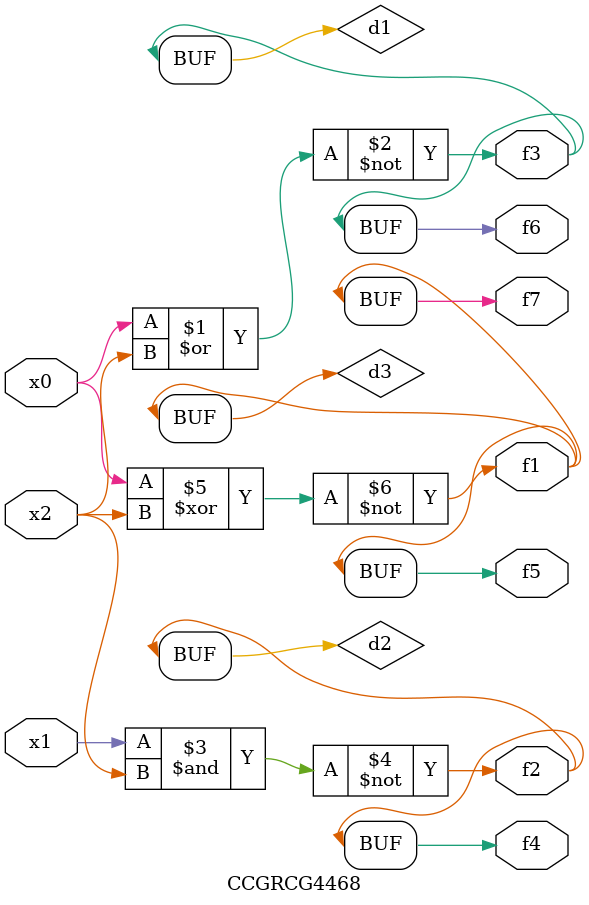
<source format=v>
module CCGRCG4468(
	input x0, x1, x2,
	output f1, f2, f3, f4, f5, f6, f7
);

	wire d1, d2, d3;

	nor (d1, x0, x2);
	nand (d2, x1, x2);
	xnor (d3, x0, x2);
	assign f1 = d3;
	assign f2 = d2;
	assign f3 = d1;
	assign f4 = d2;
	assign f5 = d3;
	assign f6 = d1;
	assign f7 = d3;
endmodule

</source>
